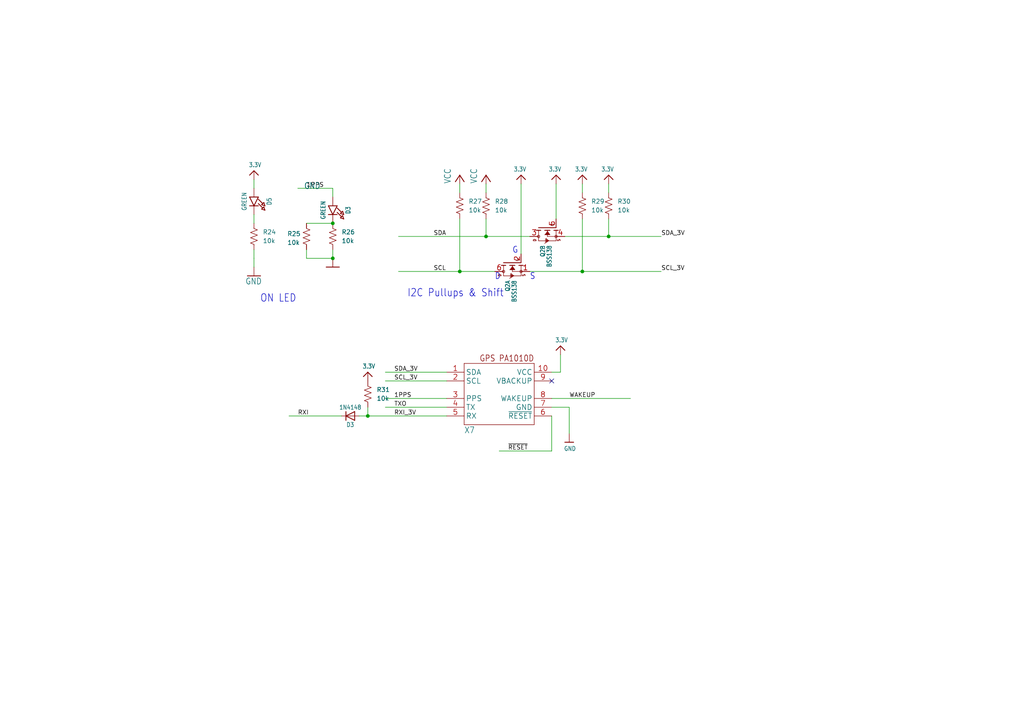
<source format=kicad_sch>
(kicad_sch (version 20250114) (generator "eeschema") (generator_version "9.0")
  (paper "A4")
  (lib_symbols
    (symbol "Adafruit PA1010D Mini GPS-eagle-import:3.3V" (power)
      (symbol "3.3V_1_0"
        (polyline (pts (xy -1.27 -1.27) (xy 0 0)) (stroke (width 0.254)))
        (polyline (pts (xy 0 0) (xy 1.27 -1.27)) (stroke (width 0.254)))
        (pin power_in line (at 0 -2.54 90) (length 2.54) (name "3.3V") (number "1"))
      )
    )
    (symbol "Adafruit PA1010D Mini GPS-eagle-import:DIODESOD-323"
      (property "Reference" "D" (at 0 2.54 0))
      (symbol "DIODESOD-323_1_0"
        (polyline (pts (xy -1.27 1.27) (xy -1.27 -1.27)) (stroke (width 0.254)))
        (polyline (pts (xy -1.27 -1.27) (xy 1.27 0)) (stroke (width 0.254)))
        (polyline (pts (xy 1.27 1.27) (xy 1.27 0)) (stroke (width 0.254)))
        (polyline (pts (xy 1.27 0) (xy -1.27 1.27)) (stroke (width 0.254)))
        (polyline (pts (xy 1.27 0) (xy 1.27 -1.27)) (stroke (width 0.254)))
        (pin passive line (at -2.54 0 0) (length 2.54) (name "A") (number "A"))
        (pin passive line (at 2.54 0 180) (length 2.54) (name "C") (number "C"))
      )
    )
    (symbol "Adafruit PA1010D Mini GPS-eagle-import:GND" (power)
      (symbol "GND_1_0"
        (polyline (pts (xy -1.27 0) (xy 1.27 0)) (stroke (width 0.254)))
        (pin power_in line (at 0 2.54 270) (length 2.54) (name "GND") (number "1"))
      )
    )
    (symbol "Adafruit PA1010D Mini GPS-eagle-import:GPS_PA1010D"
      (property "Reference" "X" (at -10.16 -10.16 0))
      (symbol "GPS_PA1010D_1_0"
        (polyline (pts (xy -10.16 10.16) (xy 10.16 10.16)) (stroke (width 0.1524)))
        (polyline (pts (xy -10.16 -7.62) (xy -10.16 10.16)) (stroke (width 0.1524)))
        (polyline (pts (xy 10.16 10.16) (xy 10.16 -7.62)) (stroke (width 0.1524)))
        (polyline (pts (xy 10.16 -7.62) (xy -10.16 -7.62)) (stroke (width 0.1524)))
        (text "GPS PA1010D" (at 10.16 12.7 0) (effects (font (size 1.778 1.5113)) (justify right top)))
        (pin bidirectional line (at -15.24 7.62 0) (length 5.08) (name "SDA") (number "1"))
        (pin bidirectional line (at -15.24 5.08 0) (length 5.08) (name "SCL") (number "2"))
        (pin output line (at -15.24 0 0) (length 5.08) (name "PPS") (number "3"))
        (pin output line (at -15.24 -2.54 0) (length 5.08) (name "TX") (number "4"))
        (pin input line (at -15.24 -5.08 0) (length 5.08) (name "RX") (number "5"))
        (pin power_in line (at 15.24 7.62 180) (length 5.08) (name "VCC") (number "10"))
        (pin power_in line (at 15.24 5.08 180) (length 5.08) (name "VBACKUP") (number "9"))
        (pin input line (at 15.24 0 180) (length 5.08) (name "WAKEUP") (number "8"))
        (pin power_in line (at 15.24 -2.54 180) (length 5.08) (name "GND") (number "7"))
        (pin input line (at 15.24 -5.08 180) (length 5.08) (name "~{RESET}") (number "6"))
      )
    )
    (symbol "Adafruit PA1010D Mini GPS-eagle-import:LED0603_NOOUTLINE"
      (property "Reference" "D" (at -1.27 4.445 0))
      (symbol "LED0603_NOOUTLINE_1_0"
        (polyline (pts (xy -2.54 1.27) (xy -2.54 -1.27)) (stroke (width 0.254)))
        (polyline (pts (xy -2.54 -1.27) (xy 0 0)) (stroke (width 0.254)))
        (polyline (pts (xy -1.905 1.27) (xy -0.635 2.54)) (stroke (width 0.254)))
        (polyline (pts (xy -0.9525 2.8575) (xy -0.3175 2.2225)) (stroke (width 0.254)))
        (polyline (pts (xy -0.635 1.27) (xy 0.635 2.54)) (stroke (width 0.254)))
        (polyline (pts (xy -0.3175 2.2225) (xy 0 3.175)) (stroke (width 0.254)))
        (polyline (pts (xy 0 3.175) (xy -0.9525 2.8575)) (stroke (width 0.254)))
        (polyline (pts (xy 0 1.27) (xy 0 0)) (stroke (width 0.254)))
        (polyline (pts (xy 0 0) (xy -2.54 1.27)) (stroke (width 0.254)))
        (polyline (pts (xy 0 0) (xy 0 -1.27)) (stroke (width 0.254)))
        (polyline (pts (xy 0.3175 2.8575) (xy 0.9525 2.2225)) (stroke (width 0.254)))
        (polyline (pts (xy 0.9525 2.2225) (xy 1.27 3.175)) (stroke (width 0.254)))
        (polyline (pts (xy 1.27 3.175) (xy 0.3175 2.8575)) (stroke (width 0.254)))
        (pin passive line (at -5.08 0 0) (length 2.54) (name "A") (number "A"))
        (pin passive line (at 2.54 0 180) (length 2.54) (name "C") (number "C"))
      )
    )
    (symbol "Adafruit PA1010D Mini GPS-eagle-import:MOSFET-N_DUAL"
      (property "Reference" "Q" (at 5.08 0.635 0))
      (symbol "MOSFET-N_DUAL_1_0"
        (polyline (pts (xy 0 2.54) (xy 0 -2.54)) (stroke (width 0.254)))
        (polyline (pts (xy 0.762 3.175) (xy 0.762 2.54)) (stroke (width 0.254)))
        (polyline (pts (xy 0.762 2.54) (xy 0.762 1.905)) (stroke (width 0.254)))
        (polyline (pts (xy 0.762 2.54) (xy 3.81 2.54)) (stroke (width 0.1524)))
        (polyline (pts (xy 0.762 0.762) (xy 0.762 0)) (stroke (width 0.254)))
        (polyline (pts (xy 0.762 0) (xy 0.762 -0.762)) (stroke (width 0.254)))
        (polyline (pts (xy 0.762 0) (xy 2.54 0)) (stroke (width 0.1524)))
        (polyline (pts (xy 0.762 -1.905) (xy 0.762 -2.54)) (stroke (width 0.254)))
        (polyline (pts (xy 0.762 -2.54) (xy 0.762 -3.175)) (stroke (width 0.254)))
        (polyline (pts (xy 1.016 0) (xy 2.032 -0.762) (xy 2.032 0.762)) (stroke (width 0.1524)) (fill (type outline)))
        (circle (center 2.54 2.54) (radius 0.3592))
        (polyline (pts (xy 2.54 0) (xy 2.54 -2.54)) (stroke (width 0.1524)))
        (polyline (pts (xy 2.54 -2.54) (xy 0.762 -2.54)) (stroke (width 0.1524)))
        (polyline (pts (xy 2.54 -2.54) (xy 3.81 -2.54)) (stroke (width 0.1524)))
        (circle (center 2.54 -2.54) (radius 0.3592))
        (polyline (pts (xy 3.302 0.508) (xy 3.048 0.254)) (stroke (width 0.1524)))
        (polyline (pts (xy 3.81 2.54) (xy 3.81 0.508)) (stroke (width 0.1524)))
        (polyline (pts (xy 3.81 0.508) (xy 3.302 0.508)) (stroke (width 0.1524)))
        (polyline (pts (xy 3.81 0.508) (xy 3.81 -2.54)) (stroke (width 0.1524)))
        (polyline (pts (xy 3.81 -0.508) (xy 3.302 0.254) (xy 4.318 0.254)) (stroke (width 0.1524)) (fill (type outline)))
        (polyline (pts (xy 4.318 0.508) (xy 3.81 0.508)) (stroke (width 0.1524)))
        (polyline (pts (xy 4.572 0.762) (xy 4.318 0.508)) (stroke (width 0.1524)))
        (text "G" (at -1.27 -1.905 0) (effects (font (size 0.8128 0.6908)) (justify left bottom)))
        (text "D" (at 3.175 3.175 0) (effects (font (size 0.8128 0.6908)) (justify left bottom)))
        (text "S" (at 3.175 -3.81 0) (effects (font (size 0.8128 0.6908)) (justify left bottom)))
        (pin bidirectional line (at -2.54 -2.54 0) (length 2.54) (name "G") (number "2"))
        (pin bidirectional line (at 2.54 5.08 270) (length 2.54) (name "D") (number "6"))
        (pin bidirectional line (at 2.54 -5.08 90) (length 2.54) (name "S") (number "1"))
      )
      (symbol "MOSFET-N_DUAL_2_0"
        (polyline (pts (xy 0 2.54) (xy 0 -2.54)) (stroke (width 0.254)))
        (polyline (pts (xy 0.762 3.175) (xy 0.762 2.54)) (stroke (width 0.254)))
        (polyline (pts (xy 0.762 2.54) (xy 0.762 1.905)) (stroke (width 0.254)))
        (polyline (pts (xy 0.762 2.54) (xy 3.81 2.54)) (stroke (width 0.1524)))
        (polyline (pts (xy 0.762 0.762) (xy 0.762 0)) (stroke (width 0.254)))
        (polyline (pts (xy 0.762 0) (xy 0.762 -0.762)) (stroke (width 0.254)))
        (polyline (pts (xy 0.762 0) (xy 2.54 0)) (stroke (width 0.1524)))
        (polyline (pts (xy 0.762 -1.905) (xy 0.762 -2.54)) (stroke (width 0.254)))
        (polyline (pts (xy 0.762 -2.54) (xy 0.762 -3.175)) (stroke (width 0.254)))
        (polyline (pts (xy 1.016 0) (xy 2.032 -0.762) (xy 2.032 0.762)) (stroke (width 0.1524)) (fill (type outline)))
        (circle (center 2.54 2.54) (radius 0.3592))
        (polyline (pts (xy 2.54 0) (xy 2.54 -2.54)) (stroke (width 0.1524)))
        (polyline (pts (xy 2.54 -2.54) (xy 0.762 -2.54)) (stroke (width 0.1524)))
        (polyline (pts (xy 2.54 -2.54) (xy 3.81 -2.54)) (stroke (width 0.1524)))
        (circle (center 2.54 -2.54) (radius 0.3592))
        (polyline (pts (xy 3.302 0.508) (xy 3.048 0.254)) (stroke (width 0.1524)))
        (polyline (pts (xy 3.81 2.54) (xy 3.81 0.508)) (stroke (width 0.1524)))
        (polyline (pts (xy 3.81 0.508) (xy 3.302 0.508)) (stroke (width 0.1524)))
        (polyline (pts (xy 3.81 0.508) (xy 3.81 -2.54)) (stroke (width 0.1524)))
        (polyline (pts (xy 3.81 -0.508) (xy 3.302 0.254) (xy 4.318 0.254)) (stroke (width 0.1524)) (fill (type outline)))
        (polyline (pts (xy 4.318 0.508) (xy 3.81 0.508)) (stroke (width 0.1524)))
        (polyline (pts (xy 4.572 0.762) (xy 4.318 0.508)) (stroke (width 0.1524)))
        (text "G" (at -1.27 -1.905 0) (effects (font (size 0.8128 0.6908)) (justify left bottom)))
        (text "D" (at 3.175 3.175 0) (effects (font (size 0.8128 0.6908)) (justify left bottom)))
        (text "S" (at 3.175 -3.81 0) (effects (font (size 0.8128 0.6908)) (justify left bottom)))
        (pin bidirectional line (at -2.54 -2.54 0) (length 2.54) (name "G") (number "5"))
        (pin bidirectional line (at 2.54 5.08 270) (length 2.54) (name "D") (number "3"))
        (pin bidirectional line (at 2.54 -5.08 90) (length 2.54) (name "S") (number "4"))
      )
    )
    (symbol "Adafruit PA1010D Mini GPS-eagle-import:VCC" (power)
      (symbol "VCC_1_0"
        (polyline (pts (xy 0 0) (xy -1.27 -1.905)) (stroke (width 0.254)))
        (polyline (pts (xy 1.27 -1.905) (xy 0 0)) (stroke (width 0.254)))
        (pin power_in line (at 0 -2.54 90) (length 2.54) (name "VCC") (number "1"))
      )
    )
    (symbol "Adafruit PA1010D Mini GPS-eagle-import:supply1_371_GND" (power)
      (symbol "supply1_371_GND_1_0"
        (polyline (pts (xy -1.905 0) (xy 1.905 0)) (stroke (width 0.254)))
        (pin power_in line (at 0 2.54 270) (length 2.54) (name "GND") (number "1"))
      )
    )
    (symbol "Device:R_US" (pin_numbers (hide yes)) (pin_names (offset 0))
      (property "Reference" "R" (at 2.54 0 90))
      (property "Value" "R_US" (at -2.54 0 90))
      (symbol "R_US_0_1"
        (polyline (pts (xy 0 2.286) (xy 0 2.54)))
        (polyline (pts (xy 0 2.286) (xy 1.016 1.905) (xy 0 1.524) (xy -1.016 1.143) (xy 0 0.762)))
        (polyline (pts (xy 0 0.762) (xy 1.016 0.381) (xy 0 0) (xy -1.016 -0.381) (xy 0 -0.762)))
        (polyline (pts (xy 0 -0.762) (xy 1.016 -1.143) (xy 0 -1.524) (xy -1.016 -1.905) (xy 0 -2.286)))
        (polyline (pts (xy 0 -2.286) (xy 0 -2.54)))
      )
      (symbol "R_US_1_1"
        (pin passive line (at 0 3.81 270) (length 1.27) (name "~") (number "1"))
        (pin passive line (at 0 -3.81 90) (length 1.27) (name "~") (number "2"))
      )
    )
  )
  (text "D" (at 143.51 81.28 0) (effects (font (size 1.778 1.5113)) (justify left bottom)))
  (text "I2C Pullups & Shift" (at 118.11 86.36 0) (effects (font (size 2.1844 1.8567)) (justify left bottom)))
  (text "G" (at 148.59 73.66 0) (effects (font (size 1.778 1.5113)) (justify left bottom)))
  (text "S" (at 153.67 81.28 0) (effects (font (size 1.778 1.5113)) (justify left bottom)))
  (text "ON LED" (at 75.438 87.884 0) (effects (font (size 2.1844 1.8567)) (justify left bottom)))
  (junction (at 140.97 68.58))
  (junction (at 96.52 74.93))
  (junction (at 96.52 64.77))
  (junction (at 176.53 68.58))
  (junction (at 168.91 78.74))
  (junction (at 133.35 78.74))
  (junction (at 106.68 120.65))
  (no_connect (at 160.02 110.49))
  (wire (pts (xy 140.97 63.5) (xy 140.97 68.58)) (stroke (width 0.1524)))
  (wire (pts (xy 140.97 68.58) (xy 115.57 68.58)) (stroke (width 0.1524)))
  (wire (pts (xy 168.91 53.34) (xy 168.91 55.88)) (stroke (width 0.1524)))
  (wire (pts (xy 160.02 130.81) (xy 144.78 130.81)) (stroke (width 0.1524)))
  (wire (pts (xy 129.54 107.95) (xy 111.76 107.95)) (stroke (width 0.1524)))
  (wire (pts (xy 161.29 63.5) (xy 161.29 53.34)) (stroke (width 0.1524)))
  (wire (pts (xy 88.9 64.77) (xy 96.52 64.77)) (stroke (width 0.1524)))
  (wire (pts (xy 163.83 68.58) (xy 176.53 68.58)) (stroke (width 0.1524)))
  (wire (pts (xy 176.53 63.5) (xy 176.53 68.58)) (stroke (width 0.1524)))
  (wire (pts (xy 73.66 54.61) (xy 73.66 52.07)) (stroke (width 0.1524)))
  (wire (pts (xy 162.56 107.95) (xy 162.56 102.87)) (stroke (width 0.1524)))
  (wire (pts (xy 104.14 120.65) (xy 106.68 120.65)) (stroke (width 0.1524)))
  (wire (pts (xy 96.52 72.39) (xy 96.52 74.93)))
  (wire (pts (xy 111.76 118.11) (xy 129.54 118.11)) (stroke (width 0.1524)))
  (wire (pts (xy 73.66 72.39) (xy 73.66 74.93)))
  (wire (pts (xy 106.68 118.11) (xy 106.68 120.65)))
  (wire (pts (xy 73.66 74.93) (xy 73.66 77.47)) (stroke (width 0.1524)))
  (wire (pts (xy 168.91 78.74) (xy 191.77 78.74)) (stroke (width 0.1524)))
  (wire (pts (xy 153.67 68.58) (xy 140.97 68.58)) (stroke (width 0.1524)))
  (wire (pts (xy 133.35 53.34) (xy 133.35 55.88)) (stroke (width 0.1524)))
  (wire (pts (xy 160.02 107.95) (xy 162.56 107.95)) (stroke (width 0.1524)))
  (wire (pts (xy 99.06 120.65) (xy 83.82 120.65)) (stroke (width 0.1524)))
  (wire (pts (xy 96.52 57.15) (xy 96.52 54.61)) (stroke (width 0.1524)))
  (wire (pts (xy 160.02 120.65) (xy 160.02 130.81)) (stroke (width 0.1524)))
  (wire (pts (xy 168.91 63.5) (xy 168.91 78.74)) (stroke (width 0.1524)))
  (wire (pts (xy 176.53 55.88) (xy 176.53 53.34)) (stroke (width 0.1524)))
  (wire (pts (xy 165.1 118.11) (xy 165.1 125.73)) (stroke (width 0.1524)))
  (wire (pts (xy 129.54 115.57) (xy 111.76 115.57)) (stroke (width 0.1524)))
  (wire (pts (xy 151.13 73.66) (xy 151.13 53.34)) (stroke (width 0.1524)))
  (wire (pts (xy 153.67 78.74) (xy 168.91 78.74)) (stroke (width 0.1524)))
  (wire (pts (xy 96.52 74.93) (xy 88.9 74.93)) (stroke (width 0.1524)))
  (wire (pts (xy 86.36 54.61) (xy 96.52 54.61)) (stroke (width 0.1524)))
  (wire (pts (xy 106.68 120.65) (xy 129.54 120.65)) (stroke (width 0.1524)))
  (wire (pts (xy 140.97 55.88) (xy 140.97 53.34)) (stroke (width 0.1524)))
  (wire (pts (xy 133.35 78.74) (xy 115.57 78.74)) (stroke (width 0.1524)))
  (wire (pts (xy 176.53 68.58) (xy 191.77 68.58)) (stroke (width 0.1524)))
  (wire (pts (xy 133.35 63.5) (xy 133.35 78.74)) (stroke (width 0.1524)))
  (wire (pts (xy 111.76 110.49) (xy 129.54 110.49)) (stroke (width 0.1524)))
  (wire (pts (xy 73.66 64.77) (xy 73.66 62.23)) (stroke (width 0.1524)))
  (wire (pts (xy 143.51 78.74) (xy 133.35 78.74)) (stroke (width 0.1524)))
  (wire (pts (xy 88.9 72.39) (xy 88.9 74.93)))
  (wire (pts (xy 160.02 115.57) (xy 182.88 115.57)) (stroke (width 0.1524)))
  (wire (pts (xy 160.02 118.11) (xy 165.1 118.11)) (stroke (width 0.1524)))
  (label "SDA" (at 125.73 68.58 0) (effects (font (size 1.2446 1.2446))))
  (label "SCL" (at 125.73 78.74 0) (effects (font (size 1.2446 1.2446))))
  (label "~{RESET}" (at 147.32 130.81 0) (effects (font (size 1.2446 1.2446))))
  (label "1PPS" (at 114.3 115.57 0) (effects (font (size 1.2446 1.2446))))
  (label "RXI" (at 86.36 120.65 0) (effects (font (size 1.2446 1.2446))))
  (label "TXO" (at 114.3 118.11 0) (effects (font (size 1.2446 1.2446))))
  (label "SDA_3V" (at 191.77 68.58 0) (effects (font (size 1.2446 1.2446))))
  (label "1PPS" (at 88.9 54.61 0) (effects (font (size 1.2446 1.2446))))
  (label "SCL_3V" (at 191.77 78.74 0) (effects (font (size 1.2446 1.2446))))
  (label "SCL_3V" (at 114.3 110.49 0) (effects (font (size 1.2446 1.2446))))
  (label "RXI_3V" (at 114.3 120.65 0) (effects (font (size 1.2446 1.2446))))
  (label "WAKEUP" (at 165.1 115.57 0) (effects (font (size 1.2446 1.2446))))
  (label "SDA_3V" (at 114.3 107.95 0) (effects (font (size 1.2446 1.2446))))
  (symbol (lib_id "Device:R_US") (at 133.35 59.69 0) (unit 1)
    (property "Reference" "R27" (at 135.89 58.4199 0) (effects (justify left)))
    (property "Value" "10k" (at 135.89 60.9599 0) (effects (justify left)))
    (property "Footprint" "Resistor_SMD:R_0603_1608Metric" (effects (hide yes)))
    (property "Description" "Resistor, US symbol" (effects (hide yes)))
  )
  (symbol (lib_id "Adafruit PA1010D Mini GPS-eagle-import:VCC") (at 140.97 50.8 0) (unit 1)
    (property "Reference" "#P+06" (effects (hide yes)))
    (property "Value" "VCC" (at 138.43 53.34 90) (effects (font (size 1.778 1.5113)) (justify left bottom)))
  )
  (symbol (lib_id "Adafruit PA1010D Mini GPS-eagle-import:VCC") (at 133.35 50.8 0) (unit 1)
    (property "Reference" "#P+05" (effects (hide yes)))
    (property "Value" "VCC" (at 130.81 53.34 90) (effects (font (size 1.778 1.5113)) (justify left bottom)))
  )
  (symbol (lib_id "Device:R_US") (at 73.66 68.58 0) (unit 1)
    (property "Reference" "R24" (at 76.2 67.3099 0) (effects (justify left)))
    (property "Value" "10k" (at 76.2 69.8499 0) (effects (justify left)))
    (property "Footprint" "Resistor_SMD:R_0603_1608Metric" (effects (hide yes)))
    (property "Description" "Resistor, US symbol" (effects (hide yes)))
  )
  (symbol (lib_id "Device:R_US") (at 96.52 68.58 0) (unit 1)
    (property "Reference" "R26" (at 99.06 67.3099 0) (effects (justify left)))
    (property "Value" "10k" (at 99.06 69.8499 0) (effects (justify left)))
    (property "Footprint" "Resistor_SMD:R_0603_1608Metric" (effects (hide yes)))
    (property "Description" "Resistor, US symbol" (effects (hide yes)))
  )
  (symbol (lib_id "Device:R_US") (at 168.91 59.69 0) (unit 1)
    (property "Reference" "R29" (at 171.45 58.4199 0) (effects (justify left)))
    (property "Value" "10k" (at 171.45 60.9599 0) (effects (justify left)))
    (property "Footprint" "Resistor_SMD:R_0603_1608Metric" (effects (hide yes)))
    (property "Description" "Resistor, US symbol" (effects (hide yes)))
  )
  (symbol (lib_id "Adafruit PA1010D Mini GPS-eagle-import:3.3V") (at 73.66 49.53 0) (unit 1)
    (property "Reference" "#U$035" (effects (hide yes)))
    (property "Value" "3.3V" (at 72.136 48.514 0) (effects (font (size 1.27 1.0795)) (justify left bottom)))
  )
  (symbol (lib_id "Adafruit PA1010D Mini GPS-eagle-import:DIODESOD-323") (at 101.6 120.65 180) (unit 1)
    (property "Reference" "D3" (at 101.6 123.19 0) (effects (font (size 1.27 1.0795))))
    (property "Value" "1N4148" (at 101.6 118.15 0) (effects (font (size 1.27 1.0795))))
    (property "Footprint" "Diode_SMD:D_SOD-323" (effects (hide yes)))
  )
  (symbol (lib_id "Adafruit PA1010D Mini GPS-eagle-import:3.3V") (at 162.56 100.33 0) (unit 1)
    (property "Reference" "#U$071" (effects (hide yes)))
    (property "Value" "3.3V" (at 161.036 99.314 0) (effects (font (size 1.27 1.0795)) (justify left bottom)))
  )
  (symbol (lib_id "Adafruit PA1010D Mini GPS-eagle-import:3.3V") (at 161.29 50.8 0) (mirror y) (unit 1)
    (property "Reference" "#U$073" (effects (hide yes)))
    (property "Value" "3.3V" (at 162.814 49.784 0) (effects (font (size 1.27 1.0795)) (justify left bottom)))
  )
  (symbol (lib_id "Device:R_US") (at 140.97 59.69 0) (unit 1)
    (property "Reference" "R28" (at 143.51 58.4199 0) (effects (justify left)))
    (property "Value" "10k" (at 143.51 60.9599 0) (effects (justify left)))
    (property "Footprint" "Resistor_SMD:R_0603_1608Metric" (effects (hide yes)))
    (property "Description" "Resistor, US symbol" (effects (hide yes)))
  )
  (symbol (lib_id "Adafruit PA1010D Mini GPS-eagle-import:3.3V") (at 151.13 50.8 0) (mirror y) (unit 1)
    (property "Reference" "#U$26" (effects (hide yes)))
    (property "Value" "3.3V" (at 152.654 49.784 0) (effects (font (size 1.27 1.0795)) (justify left bottom)))
  )
  (symbol (lib_id "Adafruit PA1010D Mini GPS-eagle-import:LED0603_NOOUTLINE") (at 96.52 62.23 270) (unit 1)
    (property "Reference" "D3" (at 100.965 60.96 0) (effects (font (size 1.27 1.0795))))
    (property "Value" "GREEN" (at 93.726 60.96 0) (effects (font (size 1.27 1.0795))))
    (property "Footprint" "LED_SMD:LED_0603_1608Metric" (effects (hide yes)))
  )
  (symbol (lib_id "Adafruit PA1010D Mini GPS-eagle-import:LED0603_NOOUTLINE") (at 73.66 59.69 270) (unit 1)
    (property "Reference" "D5" (at 78.105 58.42 0) (effects (font (size 1.27 1.0795))))
    (property "Value" "GREEN" (at 70.866 58.42 0) (effects (font (size 1.27 1.0795))))
    (property "Footprint" "LED_SMD:LED_0603_1608Metric" (effects (hide yes)))
  )
  (symbol (lib_id "Device:R_US") (at 176.53 59.69 0) (unit 1)
    (property "Reference" "R30" (at 179.07 58.4199 0) (effects (justify left)))
    (property "Value" "10k" (at 179.07 60.9599 0) (effects (justify left)))
    (property "Footprint" "Resistor_SMD:R_0603_1608Metric" (effects (hide yes)))
    (property "Description" "Resistor, US symbol" (effects (hide yes)))
  )
  (symbol (lib_id "Adafruit PA1010D Mini GPS-eagle-import:supply1_371_GND") (at 73.66 80.01 0) (unit 1)
    (property "Reference" "#GND02" (effects (hide yes)))
    (property "Value" "GND" (at 71.12 82.55 0) (effects (font (size 1.778 1.5113)) (justify left bottom)))
  )
  (symbol (lib_id "Adafruit PA1010D Mini GPS-eagle-import:GPS_PA1010D") (at 144.78 115.57 0) (unit 1)
    (property "Reference" "X7" (at 134.62 125.73 0) (effects (font (size 1.778 1.5113)) (justify left bottom)))
    (property "Value" "GPS_PA1010D" (effects (hide yes)))
    (property "Footprint" "ballin footprint library:GPS" (effects (hide yes)))
    (property "Datasheet" "https://cdn-shop.adafruit.com/product-files/5186/5186_PA1616D_Datasheet.pdf" (effects (hide yes)))
  )
  (symbol (lib_id "Adafruit PA1010D Mini GPS-eagle-import:GND") (at 165.1 128.27 0) (unit 1)
    (property "Reference" "#U$072" (effects (hide yes)))
    (property "Value" "GND" (at 163.576 130.81 0) (effects (font (size 1.27 1.0795)) (justify left bottom)))
  )
  (symbol (lib_id "Adafruit PA1010D Mini GPS-eagle-import:MOSFET-N_DUAL") (at 148.59 76.2 90) (mirror x) (unit 1)
    (property "Reference" "Q2" (at 147.955 81.28 0) (effects (font (size 1.27 1.0795)) (justify left bottom)))
    (property "Value" "BSS138" (at 149.86 81.28 0) (effects (font (size 1.27 1.0795)) (justify left bottom)))
    (property "Footprint" "ballin footprint library:BSS138 SOT363" (effects (hide yes)))
    (property "Datasheet" "https://www.diodes.com/assets/Datasheets/ds30203.pdf" (effects (hide yes)))
  )
  (symbol (lib_id "Adafruit PA1010D Mini GPS-eagle-import:MOSFET-N_DUAL") (at 158.75 66.04 90) (mirror x) (unit 2)
    (property "Reference" "Q2" (at 158.115 71.12 0) (effects (font (size 1.27 1.0795)) (justify left bottom)))
    (property "Value" "BSS138" (at 160.02 71.12 0) (effects (font (size 1.27 1.0795)) (justify left bottom)))
    (property "Footprint" "ballin footprint library:BSS138 SOT363" (effects (hide yes)))
    (property "Datasheet" "https://www.diodes.com/assets/Datasheets/ds30203.pdf" (effects (hide yes)))
  )
  (symbol (lib_id "Device:R_US") (at 106.68 114.3 0) (unit 1)
    (property "Reference" "R31" (at 109.22 113.0299 0) (effects (justify left)))
    (property "Value" "10k" (at 109.22 115.5699 0) (effects (justify left)))
    (property "Footprint" "Resistor_SMD:R_0603_1608Metric" (effects (hide yes)))
    (property "Description" "Resistor, US symbol" (effects (hide yes)))
  )
  (symbol (lib_id "Adafruit PA1010D Mini GPS-eagle-import:3.3V") (at 106.68 107.95 0) (unit 1)
    (property "Reference" "#U$034" (effects (hide yes)))
    (property "Value" "3.3V" (at 105.156 106.934 0) (effects (font (size 1.27 1.0795)) (justify left bottom)))
  )
  (symbol (lib_id "Adafruit PA1010D Mini GPS-eagle-import:3.3V") (at 176.53 50.8 0) (mirror y) (unit 1)
    (property "Reference" "#U$075" (effects (hide yes)))
    (property "Value" "3.3V" (at 178.054 49.784 0) (effects (font (size 1.27 1.0795)) (justify left bottom)))
  )
  (symbol (lib_id "Adafruit PA1010D Mini GPS-eagle-import:supply1_371_GND") (at 96.52 77.47 0) (unit 1)
    (property "Reference" "#GND1" (effects (hide yes)))
    (property "Value" "GND" (at 88.138 54.864 0) (effects (font (size 1.778 1.5113)) (justify left bottom)))
  )
  (symbol (lib_id "Device:R_US") (at 88.9 68.58 0) (unit 1)
    (property "Reference" "R25" (at 83.312 67.818 0) (effects (justify left)))
    (property "Value" "10k" (at 83.312 70.358 0) (effects (justify left)))
    (property "Footprint" "Resistor_SMD:R_0603_1608Metric" (effects (hide yes)))
    (property "Description" "Resistor, US symbol" (effects (hide yes)))
  )
  (symbol (lib_id "Adafruit PA1010D Mini GPS-eagle-import:3.3V") (at 168.91 50.8 0) (mirror y) (unit 1)
    (property "Reference" "#U$074" (effects (hide yes)))
    (property "Value" "3.3V" (at 170.434 49.784 0) (effects (font (size 1.27 1.0795)) (justify left bottom)))
  )
)
</source>
